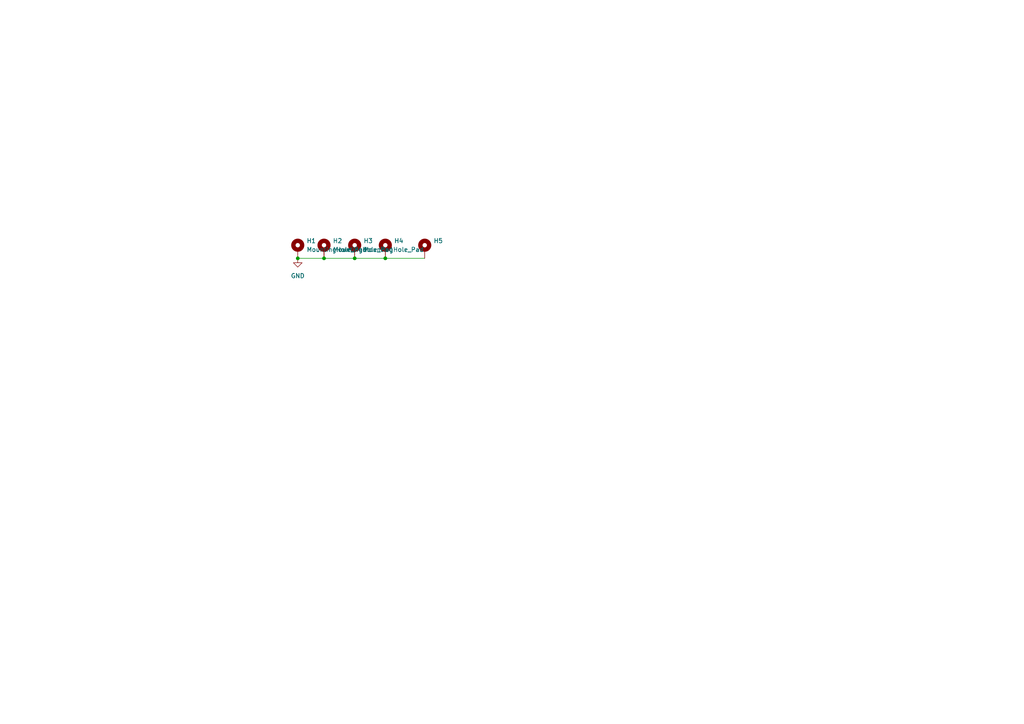
<source format=kicad_sch>
(kicad_sch (version 20231120) (generator "eeschema") (generator_version "8.0")
  (paper "A4")
  (lib_symbols
    (symbol "Mechanical:MountingHole_Pad" (pin_numbers hide) (pin_names (offset 1.016) hide) (exclude_from_sim yes) (in_bom no)
      (property "Reference" "H" (at 0 6.35 0))
      (property "Value" "MountingHole_Pad" (at 0 4.445 0))
      (symbol "MountingHole_Pad_0_1"
        (circle (center 0 1.27) (radius 1.27) (stroke (width 1.27)))
      )
      (symbol "MountingHole_Pad_1_1"
        (pin input line (at 0 -2.54 90) (length 2.54) (name "1") (number "1"))
      )
    )
    (symbol "power:GND" (power) (pin_numbers hide) (pin_names (offset 0) hide)
      (property "Value" "GND" (at 0 -3.81 0))
      (symbol "GND_0_1"
        (polyline (pts (xy 0 0) (xy 0 -1.27) (xy 1.27 -1.27) (xy 0 -2.54) (xy -1.27 -1.27) (xy 0 -1.27)))
      )
      (symbol "GND_1_1"
        (pin power_in line (at 0 0 270) (length 0) (name "~") (number "1"))
      )
    )
  )
  (junction (at 102.87 74.93))
  (junction (at 93.98 74.93))
  (junction (at 86.36 74.93))
  (junction (at 111.76 74.93))
  (wire (pts (xy 111.76 74.93) (xy 123.19 74.93)))
  (wire (pts (xy 93.98 74.93) (xy 102.87 74.93)))
  (wire (pts (xy 86.36 74.93) (xy 93.98 74.93)))
  (wire (pts (xy 102.87 74.93) (xy 111.76 74.93)))
  (symbol (lib_id "Mechanical:MountingHole_Pad") (at 86.36 72.39 0) (unit 1) (exclude_from_sim yes) (in_bom no)
    (property "Reference" "H1" (at 88.9 69.8499 0) (effects (justify left)))
    (property "Value" "MountingHole_Pad" (at 88.9 72.3899 0) (effects (justify left)))
    (property "Footprint" "MountingHole:MountingHole_2.2mm_M2_DIN965_Pad" (effects (hide yes)))
    (property "Description" "Mounting Hole with connection" (effects (hide yes)))
  )
  (symbol (lib_id "Mechanical:MountingHole_Pad") (at 111.76 72.39 0) (unit 1) (exclude_from_sim yes) (in_bom no)
    (property "Reference" "H4" (at 114.3 69.8499 0) (effects (justify left)))
    (property "Value" "MountingHole_Pad" (effects (hide yes)))
    (property "Footprint" "MountingHole:MountingHole_2.2mm_M2_DIN965_Pad" (effects (hide yes)))
    (property "Description" "Mounting Hole with connection" (effects (hide yes)))
  )
  (symbol (lib_id "power:GND") (at 86.36 74.93 0) (unit 1)
    (property "Reference" "#PWR01" (effects (hide yes)))
    (property "Value" "GND" (at 86.36 80.01 0))
    (property "Description" "Power symbol creates a global label with name \"GND\" , ground" (effects (hide yes)))
  )
  (symbol (lib_id "Mechanical:MountingHole_Pad") (at 123.19 72.39 0) (unit 1) (exclude_from_sim yes) (in_bom no)
    (property "Reference" "H5" (at 125.73 69.8499 0) (effects (justify left)))
    (property "Value" "MountingHole_Pad" (effects (hide yes)))
    (property "Footprint" "MountingHole:MountingHole_2.2mm_M2_DIN965_Pad" (effects (hide yes)))
    (property "Description" "Mounting Hole with connection" (effects (hide yes)))
  )
  (symbol (lib_id "Mechanical:MountingHole_Pad") (at 102.87 72.39 0) (unit 1) (exclude_from_sim yes) (in_bom no)
    (property "Reference" "H3" (at 105.41 69.8499 0) (effects (justify left)))
    (property "Value" "MountingHole_Pad" (at 105.41 72.3899 0) (effects (justify left)))
    (property "Footprint" "MountingHole:MountingHole_2.2mm_M2_DIN965_Pad" (effects (hide yes)))
    (property "Description" "Mounting Hole with connection" (effects (hide yes)))
  )
  (symbol (lib_id "Mechanical:MountingHole_Pad") (at 93.98 72.39 0) (unit 1) (exclude_from_sim yes) (in_bom no)
    (property "Reference" "H2" (at 96.52 69.8499 0) (effects (justify left)))
    (property "Value" "MountingHole_Pad" (at 96.52 72.3899 0) (effects (justify left)))
    (property "Footprint" "MountingHole:MountingHole_2.2mm_M2_DIN965_Pad" (effects (hide yes)))
    (property "Description" "Mounting Hole with connection" (effects (hide yes)))
  )
)
</source>
